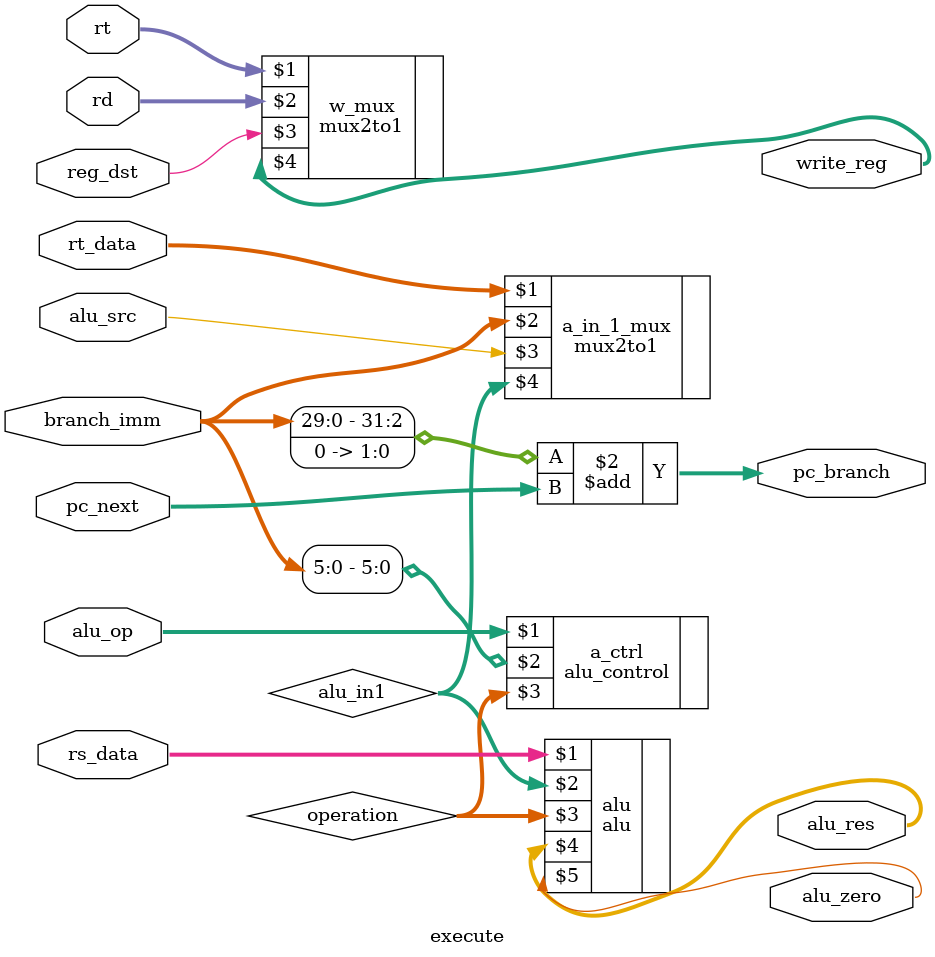
<source format=v>
`include "mux.v"
`include "alu_control.v"
`include "alu.v"

module execute(

    input alu_src,
    input [1:0] alu_op,
    input reg_dst,

    input [31:0] pc_next,
    input [31:0] branch_imm,

    input [31:0] rs_data,
    input [31:0] rt_data,
    input [4:0] rt,         // even though rt_data is present, rt is required in this stage separately
    input [4:0] rd,         // as above, rd is provided so that reg_dst (the input) can select between the two

    output [31:0] pc_branch,
    output alu_zero,
    output [31:0] alu_res,
    output [4:0] write_reg

);

    // Write your code below.
    wire[3:0] operation;
    wire[31:0] alu_in1;

    mux2to1 #(5) w_mux(rt, rd, reg_dst, write_reg);
    alu_control a_ctrl(alu_op, branch_imm[5:0], operation);
    mux2to1 #(32) a_in_1_mux(rt_data, branch_imm, alu_src, alu_in1);
    alu alu(rs_data, alu_in1, operation, alu_res, alu_zero);
    assign pc_branch = ((branch_imm<<2) + pc_next);

endmodule

</source>
